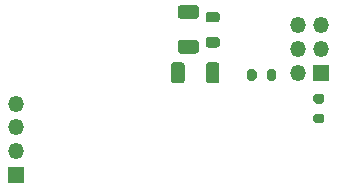
<source format=gbr>
%TF.GenerationSoftware,KiCad,Pcbnew,(5.1.9)-1*%
%TF.CreationDate,2021-03-08T23:04:16+01:00*%
%TF.ProjectId,RT12e_ELE_ACC-00,52543132-655f-4454-9c45-5f4143432d30,rev?*%
%TF.SameCoordinates,Original*%
%TF.FileFunction,Soldermask,Bot*%
%TF.FilePolarity,Negative*%
%FSLAX46Y46*%
G04 Gerber Fmt 4.6, Leading zero omitted, Abs format (unit mm)*
G04 Created by KiCad (PCBNEW (5.1.9)-1) date 2021-03-08 23:04:16*
%MOMM*%
%LPD*%
G01*
G04 APERTURE LIST*
%ADD10R,1.350000X1.350000*%
%ADD11O,1.350000X1.350000*%
G04 APERTURE END LIST*
%TO.C,R5*%
G36*
G01*
X163901800Y-89618000D02*
X163351800Y-89618000D01*
G75*
G02*
X163151800Y-89418000I0J200000D01*
G01*
X163151800Y-89018000D01*
G75*
G02*
X163351800Y-88818000I200000J0D01*
G01*
X163901800Y-88818000D01*
G75*
G02*
X164101800Y-89018000I0J-200000D01*
G01*
X164101800Y-89418000D01*
G75*
G02*
X163901800Y-89618000I-200000J0D01*
G01*
G37*
G36*
G01*
X163901800Y-91268000D02*
X163351800Y-91268000D01*
G75*
G02*
X163151800Y-91068000I0J200000D01*
G01*
X163151800Y-90668000D01*
G75*
G02*
X163351800Y-90468000I200000J0D01*
G01*
X163901800Y-90468000D01*
G75*
G02*
X164101800Y-90668000I0J-200000D01*
G01*
X164101800Y-91068000D01*
G75*
G02*
X163901800Y-91268000I-200000J0D01*
G01*
G37*
%TD*%
%TO.C,R6*%
G36*
G01*
X160000400Y-86923200D02*
X160000400Y-87473200D01*
G75*
G02*
X159800400Y-87673200I-200000J0D01*
G01*
X159400400Y-87673200D01*
G75*
G02*
X159200400Y-87473200I0J200000D01*
G01*
X159200400Y-86923200D01*
G75*
G02*
X159400400Y-86723200I200000J0D01*
G01*
X159800400Y-86723200D01*
G75*
G02*
X160000400Y-86923200I0J-200000D01*
G01*
G37*
G36*
G01*
X158350400Y-86923200D02*
X158350400Y-87473200D01*
G75*
G02*
X158150400Y-87673200I-200000J0D01*
G01*
X157750400Y-87673200D01*
G75*
G02*
X157550400Y-87473200I0J200000D01*
G01*
X157550400Y-86923200D01*
G75*
G02*
X157750400Y-86723200I200000J0D01*
G01*
X158150400Y-86723200D01*
G75*
G02*
X158350400Y-86923200I0J-200000D01*
G01*
G37*
%TD*%
%TO.C,C4*%
G36*
G01*
X154062000Y-87670401D02*
X154062000Y-86370399D01*
G75*
G02*
X154311999Y-86120400I249999J0D01*
G01*
X154962001Y-86120400D01*
G75*
G02*
X155212000Y-86370399I0J-249999D01*
G01*
X155212000Y-87670401D01*
G75*
G02*
X154962001Y-87920400I-249999J0D01*
G01*
X154311999Y-87920400D01*
G75*
G02*
X154062000Y-87670401I0J249999D01*
G01*
G37*
G36*
G01*
X151112000Y-87670401D02*
X151112000Y-86370399D01*
G75*
G02*
X151361999Y-86120400I249999J0D01*
G01*
X152012001Y-86120400D01*
G75*
G02*
X152262000Y-86370399I0J-249999D01*
G01*
X152262000Y-87670401D01*
G75*
G02*
X152012001Y-87920400I-249999J0D01*
G01*
X151361999Y-87920400D01*
G75*
G02*
X151112000Y-87670401I0J249999D01*
G01*
G37*
%TD*%
%TO.C,C12*%
G36*
G01*
X153227801Y-85387400D02*
X151927799Y-85387400D01*
G75*
G02*
X151677800Y-85137401I0J249999D01*
G01*
X151677800Y-84487399D01*
G75*
G02*
X151927799Y-84237400I249999J0D01*
G01*
X153227801Y-84237400D01*
G75*
G02*
X153477800Y-84487399I0J-249999D01*
G01*
X153477800Y-85137401D01*
G75*
G02*
X153227801Y-85387400I-249999J0D01*
G01*
G37*
G36*
G01*
X153227801Y-82437400D02*
X151927799Y-82437400D01*
G75*
G02*
X151677800Y-82187401I0J249999D01*
G01*
X151677800Y-81537399D01*
G75*
G02*
X151927799Y-81287400I249999J0D01*
G01*
X153227801Y-81287400D01*
G75*
G02*
X153477800Y-81537399I0J-249999D01*
G01*
X153477800Y-82187401D01*
G75*
G02*
X153227801Y-82437400I-249999J0D01*
G01*
G37*
%TD*%
D10*
%TO.C,J1*%
X137985500Y-95631000D03*
D11*
X137985500Y-93631000D03*
X137985500Y-91631000D03*
X137985500Y-89631000D03*
%TD*%
D10*
%TO.C,J2*%
X163830000Y-86995000D03*
D11*
X161830000Y-86995000D03*
X163830000Y-84995000D03*
X161830000Y-84995000D03*
X163830000Y-82995000D03*
X161830000Y-82995000D03*
%TD*%
%TO.C,L3*%
G36*
G01*
X155016450Y-84875500D02*
X154253950Y-84875500D01*
G75*
G02*
X154035200Y-84656750I0J218750D01*
G01*
X154035200Y-84219250D01*
G75*
G02*
X154253950Y-84000500I218750J0D01*
G01*
X155016450Y-84000500D01*
G75*
G02*
X155235200Y-84219250I0J-218750D01*
G01*
X155235200Y-84656750D01*
G75*
G02*
X155016450Y-84875500I-218750J0D01*
G01*
G37*
G36*
G01*
X155016450Y-82750500D02*
X154253950Y-82750500D01*
G75*
G02*
X154035200Y-82531750I0J218750D01*
G01*
X154035200Y-82094250D01*
G75*
G02*
X154253950Y-81875500I218750J0D01*
G01*
X155016450Y-81875500D01*
G75*
G02*
X155235200Y-82094250I0J-218750D01*
G01*
X155235200Y-82531750D01*
G75*
G02*
X155016450Y-82750500I-218750J0D01*
G01*
G37*
%TD*%
M02*

</source>
